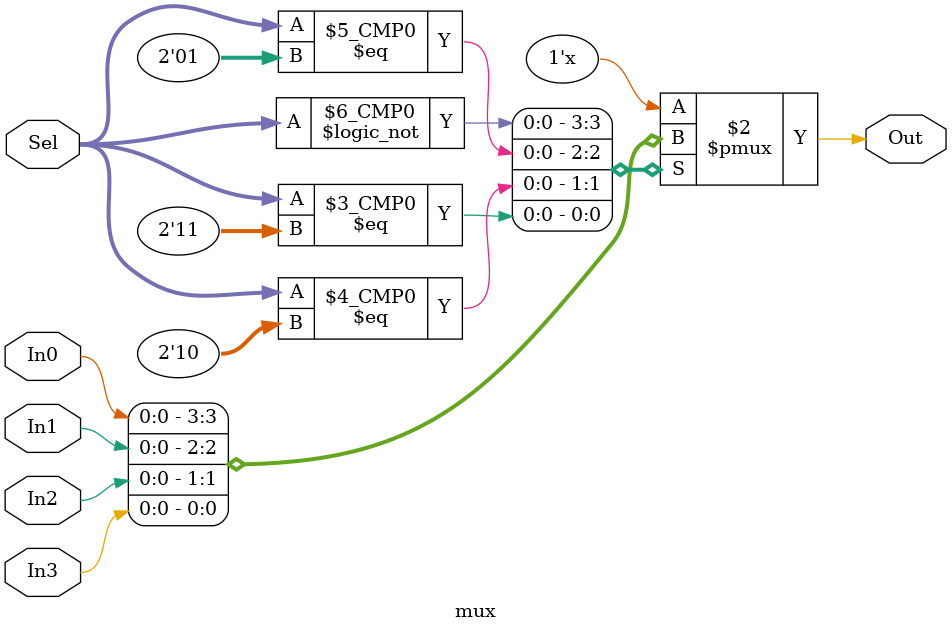
<source format=v>
`timescale 1ns / 1ps
module mux(
    input In0,
    input In1,
    input In2,
    input In3,
    input [1:0] Sel,
    output reg Out
    );
	 
	 always @(In0,In1,In2,In3,Sel)
	 case(Sel)
	 0: Out <= In0;
	 1: Out <= In1;
	 2: Out <= In2;
	 3: Out <= In3;
	 endcase
	 
endmodule

</source>
